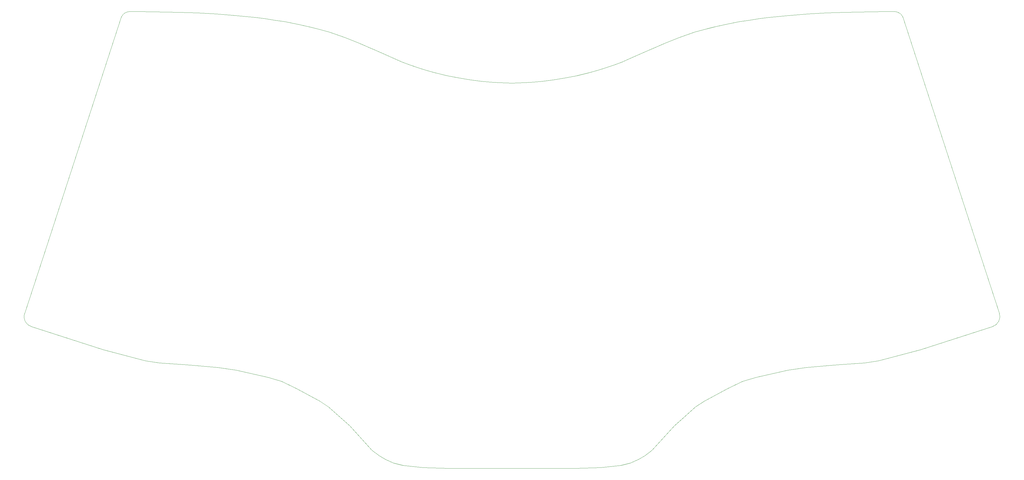
<source format=gm1>
G04 #@! TF.GenerationSoftware,KiCad,Pcbnew,(6.0.2-0)*
G04 #@! TF.CreationDate,2022-02-19T09:02:28+00:00*
G04 #@! TF.ProjectId,atreyu-pcb2,61747265-7975-42d7-9063-62322e6b6963,rev?*
G04 #@! TF.SameCoordinates,Original*
G04 #@! TF.FileFunction,Profile,NP*
%FSLAX46Y46*%
G04 Gerber Fmt 4.6, Leading zero omitted, Abs format (unit mm)*
G04 Created by KiCad (PCBNEW (6.0.2-0)) date 2022-02-19 09:02:28*
%MOMM*%
%LPD*%
G01*
G04 APERTURE LIST*
G04 #@! TA.AperFunction,Profile*
%ADD10C,0.099999*%
G04 #@! TD*
G04 #@! TA.AperFunction,Profile*
%ADD11C,0.100000*%
G04 #@! TD*
G04 APERTURE END LIST*
D10*
X195367362Y-63395851D02*
X199286897Y-63714446D01*
X328337985Y-41914896D02*
X328591950Y-42168902D01*
X143364505Y-46747091D02*
X147139368Y-47775105D01*
X310785055Y-41451716D02*
X318912241Y-41280790D01*
X278336914Y-158830535D02*
X282655518Y-157563186D01*
D11*
X239649965Y-185538654D02*
X233316561Y-186288493D01*
D10*
X146868803Y-166907727D02*
X150577206Y-170209730D01*
X253825755Y-51165441D02*
X255955379Y-50324837D01*
X329049134Y-42778498D02*
X329201570Y-43083297D01*
X162672028Y-53936423D02*
X166672795Y-55735232D01*
D11*
X205122554Y-186542494D02*
X193946557Y-186542494D01*
D10*
X273764893Y-160989531D02*
X278336914Y-158830535D01*
X306276919Y-153750531D02*
X309452092Y-153525845D01*
X318912241Y-41280790D02*
X323866601Y-41226211D01*
X298530089Y-154387846D02*
X292687897Y-155274534D01*
X306276919Y-153750531D02*
X298530089Y-154387846D01*
X243572322Y-55735231D02*
X247573089Y-53936422D01*
X286699207Y-43097417D02*
X292904060Y-42488638D01*
D11*
X75329613Y-148766940D02*
X88791611Y-152322940D01*
D10*
X180724358Y-60698463D02*
X184503874Y-61599565D01*
D11*
X50413184Y-137353854D02*
G75*
G03*
X52484665Y-141344165I2993922J-978609D01*
G01*
D10*
X133027304Y-44461768D02*
X137192202Y-45249911D01*
X247319316Y-182412527D02*
X249555963Y-180712655D01*
X328591950Y-42168902D02*
X328845979Y-42473696D01*
X237686434Y-58111505D02*
X239942987Y-57266252D01*
X99460059Y-41451717D02*
X105298118Y-41665792D01*
X156419361Y-51165440D02*
X158920435Y-52273829D01*
X83685148Y-41203695D02*
X86378515Y-41226211D01*
X105298118Y-41665792D02*
X111258449Y-42011426D01*
D11*
X321453503Y-152322938D02*
X334915504Y-148766939D01*
D10*
X187658132Y-62223568D02*
X191573867Y-62875496D01*
X263105747Y-47775107D02*
X266880611Y-46747092D01*
X210970897Y-63714444D02*
X214877754Y-63395850D01*
X167547140Y-184776666D02*
X170595153Y-185538654D01*
X242697977Y-184776663D02*
X245339580Y-183582863D01*
X117557218Y-155274534D02*
X111715025Y-154387847D01*
X117341056Y-42488638D02*
X123545907Y-43097418D01*
X327575958Y-41457702D02*
X327982363Y-41660896D01*
X100793024Y-153525846D02*
X103968200Y-153750531D01*
X152160112Y-49484234D02*
X154289737Y-50324840D01*
X137192202Y-45249911D02*
X140595644Y-46010133D01*
X229520756Y-60698463D02*
X232538791Y-59825284D01*
X218671247Y-62875496D02*
X222586984Y-62223568D01*
D11*
X329201570Y-43083297D02*
X352748666Y-115553803D01*
X176928557Y-186288496D02*
X170595153Y-185538654D01*
D10*
X172558682Y-58111506D02*
X175318221Y-59102297D01*
X144024016Y-165078933D02*
X146868803Y-166907727D01*
X144024016Y-165078933D02*
X136481107Y-160987867D01*
X298986667Y-42011427D02*
X304946998Y-41665791D01*
X81043545Y-43083294D02*
X81195981Y-42778499D01*
X82669157Y-41457701D02*
X83075559Y-41305299D01*
X164905538Y-183582862D02*
X167547140Y-184776666D01*
X232538791Y-59825284D02*
X234926896Y-59102294D01*
D11*
X160689153Y-180712654D02*
X153625226Y-172927519D01*
D10*
X247573089Y-53936422D02*
X251324681Y-52273832D01*
X191573867Y-62875496D02*
X195367362Y-63395851D01*
D11*
X317032089Y-152965846D02*
X321453503Y-152322938D01*
D10*
X292904060Y-42488638D02*
X298986667Y-42011427D01*
X251324681Y-52273832D02*
X253825755Y-51165441D01*
X81907133Y-41914897D02*
X82262755Y-41660898D01*
X292687897Y-155274534D02*
X282655518Y-157563186D01*
X326559968Y-41203696D02*
X327169557Y-41305298D01*
X111258449Y-42011426D02*
X117341056Y-42488638D01*
X81653166Y-42168899D02*
X81907133Y-41914897D01*
D11*
X216298560Y-186542494D02*
X205122558Y-186542495D01*
D10*
X283916387Y-43453631D02*
X286699207Y-43097417D01*
X150577206Y-170209730D02*
X153625226Y-172927519D01*
X259667907Y-170209729D02*
X263376314Y-166907727D01*
D11*
X185056554Y-186542494D02*
X176928557Y-186288496D01*
D10*
X327982363Y-41660896D02*
X328337985Y-41914896D01*
X91332874Y-41280792D02*
X99460059Y-41451717D01*
X127589600Y-157563186D02*
X117557218Y-155274534D01*
D11*
X233316561Y-186288493D02*
X225188558Y-186542495D01*
D10*
X127589600Y-157563186D02*
X131908202Y-158830534D01*
D11*
X357760454Y-141344164D02*
G75*
G03*
X359831932Y-137353855I-922445J3011701D01*
G01*
D10*
X234926896Y-59102294D02*
X237686434Y-58111505D01*
X158920435Y-52273829D02*
X162672028Y-53936423D01*
D11*
X57496450Y-115553804D02*
X81043545Y-43083294D01*
X309452092Y-153525845D02*
X317032089Y-152965846D01*
X52484665Y-141344165D02*
X57211986Y-142880165D01*
X93213025Y-152965846D02*
X100793024Y-153525846D01*
X334915504Y-148766939D02*
X353033131Y-142880163D01*
D10*
X263376314Y-166907727D02*
X266221099Y-165078931D01*
X184503874Y-61599565D02*
X187658132Y-62223568D01*
X225741241Y-61599565D02*
X229520756Y-60698463D01*
X175318221Y-59102297D02*
X177706324Y-59825283D01*
X239649965Y-185538654D02*
X242697977Y-184776663D01*
X177706324Y-59825283D02*
X180724358Y-60698463D01*
X86378515Y-41226211D02*
X91332874Y-41280792D01*
X273764893Y-160989531D02*
X266221099Y-165078931D01*
X81195981Y-42778499D02*
X81399137Y-42473694D01*
X111715025Y-154387847D02*
X103968200Y-153750531D01*
D11*
X225188558Y-186542495D02*
X216298560Y-186542494D01*
D10*
X256619889Y-172927518D02*
X259667907Y-170209729D01*
X323866601Y-41226211D02*
X326559968Y-41203696D01*
X328845979Y-42473696D02*
X329049134Y-42778498D01*
X170302130Y-57266252D02*
X172558682Y-58111506D01*
X239942987Y-57266252D02*
X243572322Y-55735231D01*
D11*
X352748666Y-115553803D02*
X359831932Y-137353855D01*
D10*
X140595644Y-46010133D02*
X143364505Y-46747091D01*
X222586984Y-62223568D02*
X225741241Y-61599565D01*
X160689153Y-180712654D02*
X162925803Y-182412529D01*
X327169557Y-41305298D02*
X327575958Y-41457702D01*
D11*
X193946557Y-186542494D02*
X185056554Y-186542494D01*
X353033131Y-142880163D02*
X357760454Y-141344164D01*
D10*
X258085001Y-49484236D02*
X263105747Y-47775107D01*
X129995307Y-43969332D02*
X133027304Y-44461768D01*
D11*
X57211986Y-142880165D02*
X75329613Y-148766940D01*
D10*
X83075559Y-41305299D02*
X83685148Y-41203695D01*
X147139368Y-47775105D02*
X152160112Y-49484234D01*
X123545907Y-43097418D02*
X126328729Y-43453629D01*
X245339580Y-183582863D02*
X247319316Y-182412527D01*
X82262755Y-41660898D02*
X82669157Y-41457701D01*
X205128897Y-63968446D02*
X210970897Y-63714444D01*
X199286897Y-63714446D02*
X205128897Y-63968446D01*
X131908202Y-158830534D02*
X136481107Y-160987867D01*
D11*
X256619889Y-172927518D02*
X249555963Y-180712655D01*
D10*
X214877754Y-63395850D02*
X218671247Y-62875496D01*
X280249806Y-43969333D02*
X283916387Y-43453631D01*
X269649471Y-46010136D02*
X273052915Y-45249912D01*
X273052915Y-45249912D02*
X277217811Y-44461768D01*
X162925803Y-182412529D02*
X164905538Y-183582862D01*
X126328729Y-43453629D02*
X129995307Y-43969332D01*
X255955379Y-50324837D02*
X258085001Y-49484236D01*
D11*
X88791611Y-152322940D02*
X93213025Y-152965846D01*
D10*
X166672795Y-55735232D02*
X170302130Y-57266252D01*
X304946998Y-41665791D02*
X310785055Y-41451716D01*
X81399137Y-42473694D02*
X81653166Y-42168899D01*
X154289737Y-50324840D02*
X156419361Y-51165440D01*
X266880611Y-46747092D02*
X269649471Y-46010136D01*
X277217811Y-44461768D02*
X280249806Y-43969333D01*
D11*
X50413183Y-137353854D02*
X57496450Y-115553804D01*
M02*

</source>
